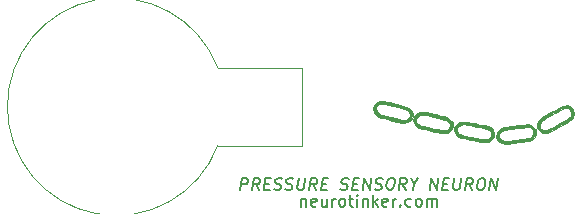
<source format=gbr>
G04 #@! TF.FileFunction,Legend,Top*
%FSLAX46Y46*%
G04 Gerber Fmt 4.6, Leading zero omitted, Abs format (unit mm)*
G04 Created by KiCad (PCBNEW 4.0.7-e2-6376~58~ubuntu14.04.1) date Wed Aug  8 15:05:29 2018*
%MOMM*%
%LPD*%
G01*
G04 APERTURE LIST*
%ADD10C,0.100000*%
%ADD11C,0.150000*%
%ADD12C,0.140000*%
%ADD13C,0.010000*%
G04 APERTURE END LIST*
D10*
D11*
X115638095Y-88785714D02*
X115638095Y-89452381D01*
X115638095Y-88880952D02*
X115685714Y-88833333D01*
X115780952Y-88785714D01*
X115923810Y-88785714D01*
X116019048Y-88833333D01*
X116066667Y-88928571D01*
X116066667Y-89452381D01*
X116923810Y-89404762D02*
X116828572Y-89452381D01*
X116638095Y-89452381D01*
X116542857Y-89404762D01*
X116495238Y-89309524D01*
X116495238Y-88928571D01*
X116542857Y-88833333D01*
X116638095Y-88785714D01*
X116828572Y-88785714D01*
X116923810Y-88833333D01*
X116971429Y-88928571D01*
X116971429Y-89023810D01*
X116495238Y-89119048D01*
X117828572Y-88785714D02*
X117828572Y-89452381D01*
X117400000Y-88785714D02*
X117400000Y-89309524D01*
X117447619Y-89404762D01*
X117542857Y-89452381D01*
X117685715Y-89452381D01*
X117780953Y-89404762D01*
X117828572Y-89357143D01*
X118304762Y-89452381D02*
X118304762Y-88785714D01*
X118304762Y-88976190D02*
X118352381Y-88880952D01*
X118400000Y-88833333D01*
X118495238Y-88785714D01*
X118590477Y-88785714D01*
X119066667Y-89452381D02*
X118971429Y-89404762D01*
X118923810Y-89357143D01*
X118876191Y-89261905D01*
X118876191Y-88976190D01*
X118923810Y-88880952D01*
X118971429Y-88833333D01*
X119066667Y-88785714D01*
X119209525Y-88785714D01*
X119304763Y-88833333D01*
X119352382Y-88880952D01*
X119400001Y-88976190D01*
X119400001Y-89261905D01*
X119352382Y-89357143D01*
X119304763Y-89404762D01*
X119209525Y-89452381D01*
X119066667Y-89452381D01*
X119685715Y-88785714D02*
X120066667Y-88785714D01*
X119828572Y-88452381D02*
X119828572Y-89309524D01*
X119876191Y-89404762D01*
X119971429Y-89452381D01*
X120066667Y-89452381D01*
X120400001Y-89452381D02*
X120400001Y-88785714D01*
X120400001Y-88452381D02*
X120352382Y-88500000D01*
X120400001Y-88547619D01*
X120447620Y-88500000D01*
X120400001Y-88452381D01*
X120400001Y-88547619D01*
X120876191Y-88785714D02*
X120876191Y-89452381D01*
X120876191Y-88880952D02*
X120923810Y-88833333D01*
X121019048Y-88785714D01*
X121161906Y-88785714D01*
X121257144Y-88833333D01*
X121304763Y-88928571D01*
X121304763Y-89452381D01*
X121780953Y-89452381D02*
X121780953Y-88452381D01*
X121876191Y-89071429D02*
X122161906Y-89452381D01*
X122161906Y-88785714D02*
X121780953Y-89166667D01*
X122971430Y-89404762D02*
X122876192Y-89452381D01*
X122685715Y-89452381D01*
X122590477Y-89404762D01*
X122542858Y-89309524D01*
X122542858Y-88928571D01*
X122590477Y-88833333D01*
X122685715Y-88785714D01*
X122876192Y-88785714D01*
X122971430Y-88833333D01*
X123019049Y-88928571D01*
X123019049Y-89023810D01*
X122542858Y-89119048D01*
X123447620Y-89452381D02*
X123447620Y-88785714D01*
X123447620Y-88976190D02*
X123495239Y-88880952D01*
X123542858Y-88833333D01*
X123638096Y-88785714D01*
X123733335Y-88785714D01*
X124066668Y-89357143D02*
X124114287Y-89404762D01*
X124066668Y-89452381D01*
X124019049Y-89404762D01*
X124066668Y-89357143D01*
X124066668Y-89452381D01*
X124971430Y-89404762D02*
X124876192Y-89452381D01*
X124685715Y-89452381D01*
X124590477Y-89404762D01*
X124542858Y-89357143D01*
X124495239Y-89261905D01*
X124495239Y-88976190D01*
X124542858Y-88880952D01*
X124590477Y-88833333D01*
X124685715Y-88785714D01*
X124876192Y-88785714D01*
X124971430Y-88833333D01*
X125542858Y-89452381D02*
X125447620Y-89404762D01*
X125400001Y-89357143D01*
X125352382Y-89261905D01*
X125352382Y-88976190D01*
X125400001Y-88880952D01*
X125447620Y-88833333D01*
X125542858Y-88785714D01*
X125685716Y-88785714D01*
X125780954Y-88833333D01*
X125828573Y-88880952D01*
X125876192Y-88976190D01*
X125876192Y-89261905D01*
X125828573Y-89357143D01*
X125780954Y-89404762D01*
X125685716Y-89452381D01*
X125542858Y-89452381D01*
X126304763Y-89452381D02*
X126304763Y-88785714D01*
X126304763Y-88880952D02*
X126352382Y-88833333D01*
X126447620Y-88785714D01*
X126590478Y-88785714D01*
X126685716Y-88833333D01*
X126733335Y-88928571D01*
X126733335Y-89452381D01*
X126733335Y-88928571D02*
X126780954Y-88833333D01*
X126876192Y-88785714D01*
X127019049Y-88785714D01*
X127114287Y-88833333D01*
X127161906Y-88928571D01*
X127161906Y-89452381D01*
D12*
X110510118Y-88052381D02*
X110635118Y-87052381D01*
X111016071Y-87052381D01*
X111105357Y-87100000D01*
X111147024Y-87147619D01*
X111182738Y-87242857D01*
X111164881Y-87385714D01*
X111105357Y-87480952D01*
X111051786Y-87528571D01*
X110950595Y-87576190D01*
X110569642Y-87576190D01*
X112081547Y-88052381D02*
X111807737Y-87576190D01*
X111510118Y-88052381D02*
X111635118Y-87052381D01*
X112016071Y-87052381D01*
X112105357Y-87100000D01*
X112147024Y-87147619D01*
X112182738Y-87242857D01*
X112164881Y-87385714D01*
X112105357Y-87480952D01*
X112051786Y-87528571D01*
X111950595Y-87576190D01*
X111569642Y-87576190D01*
X112575595Y-87528571D02*
X112908929Y-87528571D01*
X112986309Y-88052381D02*
X112510118Y-88052381D01*
X112635118Y-87052381D01*
X113111309Y-87052381D01*
X113373214Y-88004762D02*
X113510118Y-88052381D01*
X113748214Y-88052381D01*
X113849405Y-88004762D01*
X113902976Y-87957143D01*
X113962500Y-87861905D01*
X113974405Y-87766667D01*
X113938690Y-87671429D01*
X113897024Y-87623810D01*
X113807738Y-87576190D01*
X113623214Y-87528571D01*
X113533928Y-87480952D01*
X113492261Y-87433333D01*
X113456547Y-87338095D01*
X113468452Y-87242857D01*
X113527976Y-87147619D01*
X113581547Y-87100000D01*
X113682737Y-87052381D01*
X113920833Y-87052381D01*
X114057738Y-87100000D01*
X114325595Y-88004762D02*
X114462499Y-88052381D01*
X114700595Y-88052381D01*
X114801786Y-88004762D01*
X114855357Y-87957143D01*
X114914881Y-87861905D01*
X114926786Y-87766667D01*
X114891071Y-87671429D01*
X114849405Y-87623810D01*
X114760119Y-87576190D01*
X114575595Y-87528571D01*
X114486309Y-87480952D01*
X114444642Y-87433333D01*
X114408928Y-87338095D01*
X114420833Y-87242857D01*
X114480357Y-87147619D01*
X114533928Y-87100000D01*
X114635118Y-87052381D01*
X114873214Y-87052381D01*
X115010119Y-87100000D01*
X115444642Y-87052381D02*
X115343452Y-87861905D01*
X115379166Y-87957143D01*
X115420833Y-88004762D01*
X115510118Y-88052381D01*
X115700595Y-88052381D01*
X115801786Y-88004762D01*
X115855357Y-87957143D01*
X115914881Y-87861905D01*
X116016071Y-87052381D01*
X116938690Y-88052381D02*
X116664880Y-87576190D01*
X116367261Y-88052381D02*
X116492261Y-87052381D01*
X116873214Y-87052381D01*
X116962500Y-87100000D01*
X117004167Y-87147619D01*
X117039881Y-87242857D01*
X117022024Y-87385714D01*
X116962500Y-87480952D01*
X116908929Y-87528571D01*
X116807738Y-87576190D01*
X116426785Y-87576190D01*
X117432738Y-87528571D02*
X117766072Y-87528571D01*
X117843452Y-88052381D02*
X117367261Y-88052381D01*
X117492261Y-87052381D01*
X117968452Y-87052381D01*
X118992262Y-88004762D02*
X119129166Y-88052381D01*
X119367262Y-88052381D01*
X119468453Y-88004762D01*
X119522024Y-87957143D01*
X119581548Y-87861905D01*
X119593453Y-87766667D01*
X119557738Y-87671429D01*
X119516072Y-87623810D01*
X119426786Y-87576190D01*
X119242262Y-87528571D01*
X119152976Y-87480952D01*
X119111309Y-87433333D01*
X119075595Y-87338095D01*
X119087500Y-87242857D01*
X119147024Y-87147619D01*
X119200595Y-87100000D01*
X119301785Y-87052381D01*
X119539881Y-87052381D01*
X119676786Y-87100000D01*
X120051786Y-87528571D02*
X120385120Y-87528571D01*
X120462500Y-88052381D02*
X119986309Y-88052381D01*
X120111309Y-87052381D01*
X120587500Y-87052381D01*
X120891071Y-88052381D02*
X121016071Y-87052381D01*
X121462500Y-88052381D01*
X121587500Y-87052381D01*
X121897024Y-88004762D02*
X122033928Y-88052381D01*
X122272024Y-88052381D01*
X122373215Y-88004762D01*
X122426786Y-87957143D01*
X122486310Y-87861905D01*
X122498215Y-87766667D01*
X122462500Y-87671429D01*
X122420834Y-87623810D01*
X122331548Y-87576190D01*
X122147024Y-87528571D01*
X122057738Y-87480952D01*
X122016071Y-87433333D01*
X121980357Y-87338095D01*
X121992262Y-87242857D01*
X122051786Y-87147619D01*
X122105357Y-87100000D01*
X122206547Y-87052381D01*
X122444643Y-87052381D01*
X122581548Y-87100000D01*
X123206547Y-87052381D02*
X123397024Y-87052381D01*
X123486310Y-87100000D01*
X123569643Y-87195238D01*
X123593453Y-87385714D01*
X123551786Y-87719048D01*
X123480358Y-87909524D01*
X123373215Y-88004762D01*
X123272024Y-88052381D01*
X123081547Y-88052381D01*
X122992262Y-88004762D01*
X122908929Y-87909524D01*
X122885119Y-87719048D01*
X122926786Y-87385714D01*
X122998214Y-87195238D01*
X123105357Y-87100000D01*
X123206547Y-87052381D01*
X124510119Y-88052381D02*
X124236309Y-87576190D01*
X123938690Y-88052381D02*
X124063690Y-87052381D01*
X124444643Y-87052381D01*
X124533929Y-87100000D01*
X124575596Y-87147619D01*
X124611310Y-87242857D01*
X124593453Y-87385714D01*
X124533929Y-87480952D01*
X124480358Y-87528571D01*
X124379167Y-87576190D01*
X123998214Y-87576190D01*
X125188690Y-87576190D02*
X125129166Y-88052381D01*
X124920833Y-87052381D02*
X125188690Y-87576190D01*
X125587500Y-87052381D01*
X126557738Y-88052381D02*
X126682738Y-87052381D01*
X127129167Y-88052381D01*
X127254167Y-87052381D01*
X127670834Y-87528571D02*
X128004168Y-87528571D01*
X128081548Y-88052381D02*
X127605357Y-88052381D01*
X127730357Y-87052381D01*
X128206548Y-87052381D01*
X128635119Y-87052381D02*
X128533929Y-87861905D01*
X128569643Y-87957143D01*
X128611310Y-88004762D01*
X128700595Y-88052381D01*
X128891072Y-88052381D01*
X128992263Y-88004762D01*
X129045834Y-87957143D01*
X129105358Y-87861905D01*
X129206548Y-87052381D01*
X130129167Y-88052381D02*
X129855357Y-87576190D01*
X129557738Y-88052381D02*
X129682738Y-87052381D01*
X130063691Y-87052381D01*
X130152977Y-87100000D01*
X130194644Y-87147619D01*
X130230358Y-87242857D01*
X130212501Y-87385714D01*
X130152977Y-87480952D01*
X130099406Y-87528571D01*
X129998215Y-87576190D01*
X129617262Y-87576190D01*
X130873214Y-87052381D02*
X131063691Y-87052381D01*
X131152977Y-87100000D01*
X131236310Y-87195238D01*
X131260120Y-87385714D01*
X131218453Y-87719048D01*
X131147025Y-87909524D01*
X131039882Y-88004762D01*
X130938691Y-88052381D01*
X130748214Y-88052381D01*
X130658929Y-88004762D01*
X130575596Y-87909524D01*
X130551786Y-87719048D01*
X130593453Y-87385714D01*
X130664881Y-87195238D01*
X130772024Y-87100000D01*
X130873214Y-87052381D01*
X131605357Y-88052381D02*
X131730357Y-87052381D01*
X132176786Y-88052381D01*
X132301786Y-87052381D01*
D13*
G36*
X135100236Y-82543401D02*
X135325600Y-82678917D01*
X135493005Y-82892696D01*
X135505939Y-82917979D01*
X135572290Y-83154971D01*
X135537316Y-83387372D01*
X135401239Y-83613874D01*
X135384602Y-83633285D01*
X135306147Y-83712302D01*
X135215536Y-83776204D01*
X135098275Y-83829078D01*
X134939872Y-83875009D01*
X134725830Y-83918084D01*
X134441657Y-83962389D01*
X134072858Y-84012011D01*
X134014800Y-84019468D01*
X133728120Y-84056290D01*
X133463662Y-84090524D01*
X133244027Y-84119226D01*
X133091818Y-84139451D01*
X133049600Y-84145246D01*
X132879183Y-84143860D01*
X132699077Y-84107217D01*
X132680818Y-84100965D01*
X132484727Y-84013099D01*
X132353599Y-83904299D01*
X132253192Y-83748581D01*
X132190069Y-83525129D01*
X132193832Y-83488670D01*
X132419021Y-83488670D01*
X132436539Y-83579098D01*
X132524381Y-83716043D01*
X132659691Y-83835865D01*
X132804787Y-83908791D01*
X132865950Y-83918398D01*
X132948622Y-83911959D01*
X133114221Y-83894044D01*
X133344984Y-83866756D01*
X133623149Y-83832196D01*
X133930954Y-83792466D01*
X133938600Y-83791461D01*
X134249704Y-83748606D01*
X134533980Y-83705821D01*
X134772935Y-83666174D01*
X134948075Y-83632735D01*
X135040908Y-83608572D01*
X135041023Y-83608525D01*
X135208175Y-83495787D01*
X135305425Y-83338958D01*
X135333502Y-83162391D01*
X135293132Y-82990438D01*
X135185043Y-82847450D01*
X135015661Y-82759316D01*
X134903424Y-82749294D01*
X134711028Y-82753825D01*
X134458497Y-82770557D01*
X134165857Y-82797142D01*
X133853132Y-82831228D01*
X133540347Y-82870466D01*
X133247528Y-82912505D01*
X132994699Y-82954996D01*
X132801885Y-82995589D01*
X132689111Y-83031933D01*
X132688052Y-83032475D01*
X132545363Y-83150644D01*
X132450161Y-83314716D01*
X132419021Y-83488670D01*
X132193832Y-83488670D01*
X132213828Y-83294964D01*
X132313640Y-83079211D01*
X132478676Y-82898994D01*
X132698107Y-82775438D01*
X132762394Y-82755291D01*
X132904796Y-82725629D01*
X133124913Y-82689389D01*
X133399308Y-82649503D01*
X133704541Y-82608906D01*
X134017176Y-82570533D01*
X134313772Y-82537317D01*
X134570893Y-82512193D01*
X134765100Y-82498096D01*
X134832787Y-82496097D01*
X135100236Y-82543401D01*
X135100236Y-82543401D01*
G37*
X135100236Y-82543401D02*
X135325600Y-82678917D01*
X135493005Y-82892696D01*
X135505939Y-82917979D01*
X135572290Y-83154971D01*
X135537316Y-83387372D01*
X135401239Y-83613874D01*
X135384602Y-83633285D01*
X135306147Y-83712302D01*
X135215536Y-83776204D01*
X135098275Y-83829078D01*
X134939872Y-83875009D01*
X134725830Y-83918084D01*
X134441657Y-83962389D01*
X134072858Y-84012011D01*
X134014800Y-84019468D01*
X133728120Y-84056290D01*
X133463662Y-84090524D01*
X133244027Y-84119226D01*
X133091818Y-84139451D01*
X133049600Y-84145246D01*
X132879183Y-84143860D01*
X132699077Y-84107217D01*
X132680818Y-84100965D01*
X132484727Y-84013099D01*
X132353599Y-83904299D01*
X132253192Y-83748581D01*
X132190069Y-83525129D01*
X132193832Y-83488670D01*
X132419021Y-83488670D01*
X132436539Y-83579098D01*
X132524381Y-83716043D01*
X132659691Y-83835865D01*
X132804787Y-83908791D01*
X132865950Y-83918398D01*
X132948622Y-83911959D01*
X133114221Y-83894044D01*
X133344984Y-83866756D01*
X133623149Y-83832196D01*
X133930954Y-83792466D01*
X133938600Y-83791461D01*
X134249704Y-83748606D01*
X134533980Y-83705821D01*
X134772935Y-83666174D01*
X134948075Y-83632735D01*
X135040908Y-83608572D01*
X135041023Y-83608525D01*
X135208175Y-83495787D01*
X135305425Y-83338958D01*
X135333502Y-83162391D01*
X135293132Y-82990438D01*
X135185043Y-82847450D01*
X135015661Y-82759316D01*
X134903424Y-82749294D01*
X134711028Y-82753825D01*
X134458497Y-82770557D01*
X134165857Y-82797142D01*
X133853132Y-82831228D01*
X133540347Y-82870466D01*
X133247528Y-82912505D01*
X132994699Y-82954996D01*
X132801885Y-82995589D01*
X132689111Y-83031933D01*
X132688052Y-83032475D01*
X132545363Y-83150644D01*
X132450161Y-83314716D01*
X132419021Y-83488670D01*
X132193832Y-83488670D01*
X132213828Y-83294964D01*
X132313640Y-83079211D01*
X132478676Y-82898994D01*
X132698107Y-82775438D01*
X132762394Y-82755291D01*
X132904796Y-82725629D01*
X133124913Y-82689389D01*
X133399308Y-82649503D01*
X133704541Y-82608906D01*
X134017176Y-82570533D01*
X134313772Y-82537317D01*
X134570893Y-82512193D01*
X134765100Y-82498096D01*
X134832787Y-82496097D01*
X135100236Y-82543401D01*
G36*
X129499242Y-82267503D02*
X129749070Y-82299502D01*
X130071479Y-82355581D01*
X130388818Y-82416750D01*
X130827002Y-82506255D01*
X131175157Y-82586842D01*
X131443795Y-82664199D01*
X131643434Y-82744015D01*
X131784586Y-82831978D01*
X131877766Y-82933776D01*
X131933490Y-83055096D01*
X131962272Y-83201628D01*
X131968813Y-83271487D01*
X131950797Y-83541189D01*
X131851009Y-83751706D01*
X131667437Y-83906786D01*
X131612820Y-83935165D01*
X131506475Y-83976785D01*
X131387786Y-84001444D01*
X131242741Y-84008102D01*
X131057328Y-83995716D01*
X130817536Y-83963243D01*
X130509352Y-83909643D01*
X130118765Y-83833871D01*
X130040828Y-83818241D01*
X129733894Y-83753424D01*
X129453961Y-83688624D01*
X129219276Y-83628512D01*
X129048083Y-83577761D01*
X128958903Y-83541222D01*
X128778947Y-83366159D01*
X128664279Y-83133218D01*
X128633418Y-82930344D01*
X128855347Y-82930344D01*
X128892108Y-83084535D01*
X128953394Y-83187351D01*
X129034751Y-83271211D01*
X129150503Y-83342156D01*
X129314974Y-83406224D01*
X129542488Y-83469457D01*
X129847368Y-83537894D01*
X130079304Y-83585145D01*
X130493224Y-83664521D01*
X130821111Y-83719428D01*
X131075402Y-83750410D01*
X131268536Y-83758013D01*
X131412952Y-83742781D01*
X131521088Y-83705259D01*
X131599021Y-83651700D01*
X131701505Y-83520182D01*
X131760392Y-83373358D01*
X131768830Y-83258647D01*
X131730410Y-83163155D01*
X131628663Y-83047550D01*
X131620638Y-83039564D01*
X131555104Y-82978920D01*
X131485658Y-82930140D01*
X131396416Y-82888123D01*
X131271492Y-82847770D01*
X131095001Y-82803981D01*
X130851058Y-82751656D01*
X130523778Y-82685695D01*
X130509600Y-82682874D01*
X130201749Y-82623382D01*
X129917627Y-82571710D01*
X129676416Y-82531096D01*
X129497300Y-82504779D01*
X129402177Y-82495968D01*
X129185198Y-82531714D01*
X129011837Y-82627445D01*
X128896938Y-82766032D01*
X128855347Y-82930344D01*
X128633418Y-82930344D01*
X128630189Y-82909123D01*
X128641832Y-82761442D01*
X128690472Y-82646613D01*
X128796221Y-82521364D01*
X128823009Y-82494237D01*
X128930992Y-82394895D01*
X129037870Y-82323280D01*
X129158379Y-82278663D01*
X129307257Y-82260314D01*
X129499242Y-82267503D01*
X129499242Y-82267503D01*
G37*
X129499242Y-82267503D02*
X129749070Y-82299502D01*
X130071479Y-82355581D01*
X130388818Y-82416750D01*
X130827002Y-82506255D01*
X131175157Y-82586842D01*
X131443795Y-82664199D01*
X131643434Y-82744015D01*
X131784586Y-82831978D01*
X131877766Y-82933776D01*
X131933490Y-83055096D01*
X131962272Y-83201628D01*
X131968813Y-83271487D01*
X131950797Y-83541189D01*
X131851009Y-83751706D01*
X131667437Y-83906786D01*
X131612820Y-83935165D01*
X131506475Y-83976785D01*
X131387786Y-84001444D01*
X131242741Y-84008102D01*
X131057328Y-83995716D01*
X130817536Y-83963243D01*
X130509352Y-83909643D01*
X130118765Y-83833871D01*
X130040828Y-83818241D01*
X129733894Y-83753424D01*
X129453961Y-83688624D01*
X129219276Y-83628512D01*
X129048083Y-83577761D01*
X128958903Y-83541222D01*
X128778947Y-83366159D01*
X128664279Y-83133218D01*
X128633418Y-82930344D01*
X128855347Y-82930344D01*
X128892108Y-83084535D01*
X128953394Y-83187351D01*
X129034751Y-83271211D01*
X129150503Y-83342156D01*
X129314974Y-83406224D01*
X129542488Y-83469457D01*
X129847368Y-83537894D01*
X130079304Y-83585145D01*
X130493224Y-83664521D01*
X130821111Y-83719428D01*
X131075402Y-83750410D01*
X131268536Y-83758013D01*
X131412952Y-83742781D01*
X131521088Y-83705259D01*
X131599021Y-83651700D01*
X131701505Y-83520182D01*
X131760392Y-83373358D01*
X131768830Y-83258647D01*
X131730410Y-83163155D01*
X131628663Y-83047550D01*
X131620638Y-83039564D01*
X131555104Y-82978920D01*
X131485658Y-82930140D01*
X131396416Y-82888123D01*
X131271492Y-82847770D01*
X131095001Y-82803981D01*
X130851058Y-82751656D01*
X130523778Y-82685695D01*
X130509600Y-82682874D01*
X130201749Y-82623382D01*
X129917627Y-82571710D01*
X129676416Y-82531096D01*
X129497300Y-82504779D01*
X129402177Y-82495968D01*
X129185198Y-82531714D01*
X129011837Y-82627445D01*
X128896938Y-82766032D01*
X128855347Y-82930344D01*
X128633418Y-82930344D01*
X128630189Y-82909123D01*
X128641832Y-82761442D01*
X128690472Y-82646613D01*
X128796221Y-82521364D01*
X128823009Y-82494237D01*
X128930992Y-82394895D01*
X129037870Y-82323280D01*
X129158379Y-82278663D01*
X129307257Y-82260314D01*
X129499242Y-82267503D01*
G36*
X126225909Y-81484911D02*
X126583429Y-81550392D01*
X127025291Y-81648864D01*
X127055200Y-81655904D01*
X127427603Y-81745800D01*
X127715021Y-81821428D01*
X127932024Y-81888806D01*
X128093179Y-81953953D01*
X128213055Y-82022889D01*
X128306222Y-82101633D01*
X128387248Y-82196204D01*
X128398261Y-82210793D01*
X128476815Y-82389328D01*
X128496929Y-82607201D01*
X128458091Y-82820285D01*
X128406543Y-82927080D01*
X128256514Y-83097072D01*
X128065056Y-83202585D01*
X127821268Y-83245633D01*
X127514246Y-83228233D01*
X127156800Y-83158211D01*
X126947469Y-83108120D01*
X126677515Y-83044506D01*
X126385377Y-82976387D01*
X126166200Y-82925782D01*
X125902192Y-82862906D01*
X125715559Y-82810643D01*
X125584009Y-82759877D01*
X125485250Y-82701490D01*
X125396990Y-82626365D01*
X125370313Y-82600283D01*
X125204564Y-82382438D01*
X125139989Y-82158927D01*
X125149408Y-82098973D01*
X125378800Y-82098973D01*
X125423571Y-82280175D01*
X125539359Y-82444850D01*
X125690413Y-82549622D01*
X125832290Y-82597317D01*
X126049605Y-82657082D01*
X126319661Y-82723969D01*
X126619759Y-82793028D01*
X126927200Y-82859309D01*
X127219287Y-82917862D01*
X127473322Y-82963738D01*
X127666605Y-82991988D01*
X127749184Y-82998559D01*
X127913835Y-82994581D01*
X128019191Y-82963361D01*
X128106930Y-82888929D01*
X128142884Y-82847702D01*
X128252381Y-82656002D01*
X128267165Y-82467406D01*
X128190145Y-82298981D01*
X128027188Y-82169310D01*
X127934168Y-82134991D01*
X127760049Y-82083327D01*
X127522870Y-82019184D01*
X127240674Y-81947431D01*
X126931502Y-81872936D01*
X126910936Y-81868122D01*
X126558254Y-81787304D01*
X126289310Y-81729940D01*
X126089552Y-81693762D01*
X125944428Y-81676502D01*
X125839385Y-81675893D01*
X125761952Y-81689088D01*
X125598229Y-81769449D01*
X125463740Y-81896974D01*
X125386975Y-82041187D01*
X125378800Y-82098973D01*
X125149408Y-82098973D01*
X125176245Y-81928165D01*
X125208460Y-81853787D01*
X125301244Y-81695465D01*
X125409423Y-81577522D01*
X125544487Y-81498727D01*
X125717929Y-81457847D01*
X125941239Y-81453652D01*
X126225909Y-81484911D01*
X126225909Y-81484911D01*
G37*
X126225909Y-81484911D02*
X126583429Y-81550392D01*
X127025291Y-81648864D01*
X127055200Y-81655904D01*
X127427603Y-81745800D01*
X127715021Y-81821428D01*
X127932024Y-81888806D01*
X128093179Y-81953953D01*
X128213055Y-82022889D01*
X128306222Y-82101633D01*
X128387248Y-82196204D01*
X128398261Y-82210793D01*
X128476815Y-82389328D01*
X128496929Y-82607201D01*
X128458091Y-82820285D01*
X128406543Y-82927080D01*
X128256514Y-83097072D01*
X128065056Y-83202585D01*
X127821268Y-83245633D01*
X127514246Y-83228233D01*
X127156800Y-83158211D01*
X126947469Y-83108120D01*
X126677515Y-83044506D01*
X126385377Y-82976387D01*
X126166200Y-82925782D01*
X125902192Y-82862906D01*
X125715559Y-82810643D01*
X125584009Y-82759877D01*
X125485250Y-82701490D01*
X125396990Y-82626365D01*
X125370313Y-82600283D01*
X125204564Y-82382438D01*
X125139989Y-82158927D01*
X125149408Y-82098973D01*
X125378800Y-82098973D01*
X125423571Y-82280175D01*
X125539359Y-82444850D01*
X125690413Y-82549622D01*
X125832290Y-82597317D01*
X126049605Y-82657082D01*
X126319661Y-82723969D01*
X126619759Y-82793028D01*
X126927200Y-82859309D01*
X127219287Y-82917862D01*
X127473322Y-82963738D01*
X127666605Y-82991988D01*
X127749184Y-82998559D01*
X127913835Y-82994581D01*
X128019191Y-82963361D01*
X128106930Y-82888929D01*
X128142884Y-82847702D01*
X128252381Y-82656002D01*
X128267165Y-82467406D01*
X128190145Y-82298981D01*
X128027188Y-82169310D01*
X127934168Y-82134991D01*
X127760049Y-82083327D01*
X127522870Y-82019184D01*
X127240674Y-81947431D01*
X126931502Y-81872936D01*
X126910936Y-81868122D01*
X126558254Y-81787304D01*
X126289310Y-81729940D01*
X126089552Y-81693762D01*
X125944428Y-81676502D01*
X125839385Y-81675893D01*
X125761952Y-81689088D01*
X125598229Y-81769449D01*
X125463740Y-81896974D01*
X125386975Y-82041187D01*
X125378800Y-82098973D01*
X125149408Y-82098973D01*
X125176245Y-81928165D01*
X125208460Y-81853787D01*
X125301244Y-81695465D01*
X125409423Y-81577522D01*
X125544487Y-81498727D01*
X125717929Y-81457847D01*
X125941239Y-81453652D01*
X126225909Y-81484911D01*
G36*
X138382469Y-80954833D02*
X138566814Y-81096387D01*
X138691102Y-81300808D01*
X138739094Y-81555396D01*
X138739200Y-81568574D01*
X138734186Y-81699084D01*
X138713072Y-81812543D01*
X138666745Y-81916974D01*
X138586093Y-82020399D01*
X138462004Y-82130843D01*
X138285367Y-82256329D01*
X138047069Y-82404880D01*
X137737999Y-82584520D01*
X137349045Y-82803271D01*
X137316148Y-82821617D01*
X136980886Y-83004040D01*
X136716368Y-83135057D01*
X136507958Y-83218337D01*
X136341024Y-83257548D01*
X136200930Y-83256358D01*
X136073041Y-83218434D01*
X135963829Y-83160562D01*
X135770054Y-83001925D01*
X135666072Y-82809381D01*
X135640400Y-82609173D01*
X135643775Y-82587677D01*
X135863544Y-82587677D01*
X135896167Y-82772749D01*
X136008544Y-82913048D01*
X136190571Y-82992306D01*
X136311976Y-83004000D01*
X136400118Y-82996393D01*
X136503110Y-82969376D01*
X136634561Y-82916653D01*
X136808080Y-82831927D01*
X137037275Y-82708901D01*
X137335757Y-82541281D01*
X137437449Y-82483300D01*
X137787366Y-82279869D01*
X138056488Y-82113868D01*
X138254690Y-81976882D01*
X138391847Y-81860497D01*
X138477834Y-81756298D01*
X138522524Y-81655872D01*
X138535794Y-81550804D01*
X138535810Y-81547397D01*
X138504233Y-81438037D01*
X138425927Y-81307662D01*
X138404484Y-81280697D01*
X138314277Y-81189782D01*
X138217659Y-81135818D01*
X138101832Y-81121580D01*
X137953998Y-81149845D01*
X137761357Y-81223389D01*
X137511112Y-81344987D01*
X137190464Y-81517416D01*
X137111600Y-81561113D01*
X136772288Y-81750063D01*
X136510543Y-81897393D01*
X136315100Y-82010792D01*
X136174696Y-82097950D01*
X136078066Y-82166559D01*
X136013945Y-82224309D01*
X135971070Y-82278889D01*
X135938176Y-82337991D01*
X135920781Y-82374106D01*
X135863544Y-82587677D01*
X135643775Y-82587677D01*
X135684443Y-82328663D01*
X135818918Y-82092662D01*
X135902273Y-82005724D01*
X136003257Y-81930987D01*
X136176508Y-81821161D01*
X136403363Y-81686479D01*
X136665160Y-81537175D01*
X136943234Y-81383482D01*
X137218922Y-81235633D01*
X137473562Y-81103863D01*
X137688489Y-80998404D01*
X137845040Y-80929490D01*
X137898555Y-80911122D01*
X138154303Y-80888845D01*
X138382469Y-80954833D01*
X138382469Y-80954833D01*
G37*
X138382469Y-80954833D02*
X138566814Y-81096387D01*
X138691102Y-81300808D01*
X138739094Y-81555396D01*
X138739200Y-81568574D01*
X138734186Y-81699084D01*
X138713072Y-81812543D01*
X138666745Y-81916974D01*
X138586093Y-82020399D01*
X138462004Y-82130843D01*
X138285367Y-82256329D01*
X138047069Y-82404880D01*
X137737999Y-82584520D01*
X137349045Y-82803271D01*
X137316148Y-82821617D01*
X136980886Y-83004040D01*
X136716368Y-83135057D01*
X136507958Y-83218337D01*
X136341024Y-83257548D01*
X136200930Y-83256358D01*
X136073041Y-83218434D01*
X135963829Y-83160562D01*
X135770054Y-83001925D01*
X135666072Y-82809381D01*
X135640400Y-82609173D01*
X135643775Y-82587677D01*
X135863544Y-82587677D01*
X135896167Y-82772749D01*
X136008544Y-82913048D01*
X136190571Y-82992306D01*
X136311976Y-83004000D01*
X136400118Y-82996393D01*
X136503110Y-82969376D01*
X136634561Y-82916653D01*
X136808080Y-82831927D01*
X137037275Y-82708901D01*
X137335757Y-82541281D01*
X137437449Y-82483300D01*
X137787366Y-82279869D01*
X138056488Y-82113868D01*
X138254690Y-81976882D01*
X138391847Y-81860497D01*
X138477834Y-81756298D01*
X138522524Y-81655872D01*
X138535794Y-81550804D01*
X138535810Y-81547397D01*
X138504233Y-81438037D01*
X138425927Y-81307662D01*
X138404484Y-81280697D01*
X138314277Y-81189782D01*
X138217659Y-81135818D01*
X138101832Y-81121580D01*
X137953998Y-81149845D01*
X137761357Y-81223389D01*
X137511112Y-81344987D01*
X137190464Y-81517416D01*
X137111600Y-81561113D01*
X136772288Y-81750063D01*
X136510543Y-81897393D01*
X136315100Y-82010792D01*
X136174696Y-82097950D01*
X136078066Y-82166559D01*
X136013945Y-82224309D01*
X135971070Y-82278889D01*
X135938176Y-82337991D01*
X135920781Y-82374106D01*
X135863544Y-82587677D01*
X135643775Y-82587677D01*
X135684443Y-82328663D01*
X135818918Y-82092662D01*
X135902273Y-82005724D01*
X136003257Y-81930987D01*
X136176508Y-81821161D01*
X136403363Y-81686479D01*
X136665160Y-81537175D01*
X136943234Y-81383482D01*
X137218922Y-81235633D01*
X137473562Y-81103863D01*
X137688489Y-80998404D01*
X137845040Y-80929490D01*
X137898555Y-80911122D01*
X138154303Y-80888845D01*
X138382469Y-80954833D01*
G36*
X122672285Y-80529664D02*
X122872710Y-80567793D01*
X123127242Y-80624833D01*
X123416779Y-80695671D01*
X123722220Y-80775191D01*
X124024464Y-80858278D01*
X124304410Y-80939819D01*
X124542955Y-81014699D01*
X124721000Y-81077803D01*
X124819442Y-81124017D01*
X124820666Y-81124874D01*
X125001208Y-81310242D01*
X125098481Y-81536941D01*
X125108253Y-81782459D01*
X125026292Y-82024288D01*
X124998414Y-82070392D01*
X124843334Y-82223425D01*
X124627154Y-82329119D01*
X124384089Y-82375316D01*
X124185000Y-82359437D01*
X123775289Y-82264093D01*
X123381490Y-82168925D01*
X123016686Y-82077387D01*
X122693961Y-81992932D01*
X122426395Y-81919014D01*
X122227074Y-81859086D01*
X122109078Y-81816600D01*
X122088921Y-81806170D01*
X121923092Y-81642634D01*
X121811052Y-81421270D01*
X121777890Y-81225458D01*
X121998090Y-81225458D01*
X122054916Y-81404761D01*
X122143359Y-81518850D01*
X122208347Y-81572243D01*
X122299562Y-81622341D01*
X122431482Y-81674123D01*
X122618581Y-81732566D01*
X122875337Y-81802648D01*
X123216225Y-81889346D01*
X123233019Y-81893530D01*
X123624296Y-81989450D01*
X123930693Y-82059651D01*
X124165391Y-82105005D01*
X124341569Y-82126381D01*
X124472407Y-82124652D01*
X124571085Y-82100686D01*
X124650782Y-82055355D01*
X124722307Y-81991907D01*
X124842176Y-81815770D01*
X124868575Y-81634309D01*
X124807694Y-81461937D01*
X124665727Y-81313072D01*
X124448867Y-81202129D01*
X124373190Y-81179196D01*
X123860607Y-81047246D01*
X123418355Y-80939234D01*
X123052427Y-80856485D01*
X122768817Y-80800320D01*
X122573517Y-80772063D01*
X122514017Y-80768800D01*
X122291950Y-80806649D01*
X122125807Y-80907786D01*
X122024787Y-81053594D01*
X121998090Y-81225458D01*
X121777890Y-81225458D01*
X121772189Y-81191797D01*
X121819257Y-80966640D01*
X121948453Y-80770767D01*
X122141138Y-80620487D01*
X122378673Y-80532109D01*
X122545068Y-80515561D01*
X122672285Y-80529664D01*
X122672285Y-80529664D01*
G37*
X122672285Y-80529664D02*
X122872710Y-80567793D01*
X123127242Y-80624833D01*
X123416779Y-80695671D01*
X123722220Y-80775191D01*
X124024464Y-80858278D01*
X124304410Y-80939819D01*
X124542955Y-81014699D01*
X124721000Y-81077803D01*
X124819442Y-81124017D01*
X124820666Y-81124874D01*
X125001208Y-81310242D01*
X125098481Y-81536941D01*
X125108253Y-81782459D01*
X125026292Y-82024288D01*
X124998414Y-82070392D01*
X124843334Y-82223425D01*
X124627154Y-82329119D01*
X124384089Y-82375316D01*
X124185000Y-82359437D01*
X123775289Y-82264093D01*
X123381490Y-82168925D01*
X123016686Y-82077387D01*
X122693961Y-81992932D01*
X122426395Y-81919014D01*
X122227074Y-81859086D01*
X122109078Y-81816600D01*
X122088921Y-81806170D01*
X121923092Y-81642634D01*
X121811052Y-81421270D01*
X121777890Y-81225458D01*
X121998090Y-81225458D01*
X122054916Y-81404761D01*
X122143359Y-81518850D01*
X122208347Y-81572243D01*
X122299562Y-81622341D01*
X122431482Y-81674123D01*
X122618581Y-81732566D01*
X122875337Y-81802648D01*
X123216225Y-81889346D01*
X123233019Y-81893530D01*
X123624296Y-81989450D01*
X123930693Y-82059651D01*
X124165391Y-82105005D01*
X124341569Y-82126381D01*
X124472407Y-82124652D01*
X124571085Y-82100686D01*
X124650782Y-82055355D01*
X124722307Y-81991907D01*
X124842176Y-81815770D01*
X124868575Y-81634309D01*
X124807694Y-81461937D01*
X124665727Y-81313072D01*
X124448867Y-81202129D01*
X124373190Y-81179196D01*
X123860607Y-81047246D01*
X123418355Y-80939234D01*
X123052427Y-80856485D01*
X122768817Y-80800320D01*
X122573517Y-80772063D01*
X122514017Y-80768800D01*
X122291950Y-80806649D01*
X122125807Y-80907786D01*
X122024787Y-81053594D01*
X121998090Y-81225458D01*
X121777890Y-81225458D01*
X121772189Y-81191797D01*
X121819257Y-80966640D01*
X121948453Y-80770767D01*
X122141138Y-80620487D01*
X122378673Y-80532109D01*
X122545068Y-80515561D01*
X122672285Y-80529664D01*
D10*
X108600000Y-77700000D02*
G75*
G03X108600000Y-84300000I-8600000J-3300000D01*
G01*
X115700000Y-84300000D02*
X108600000Y-84300000D01*
X115700000Y-77700000D02*
X108600000Y-77700000D01*
X115700000Y-84300000D02*
X115700000Y-77700000D01*
M02*

</source>
